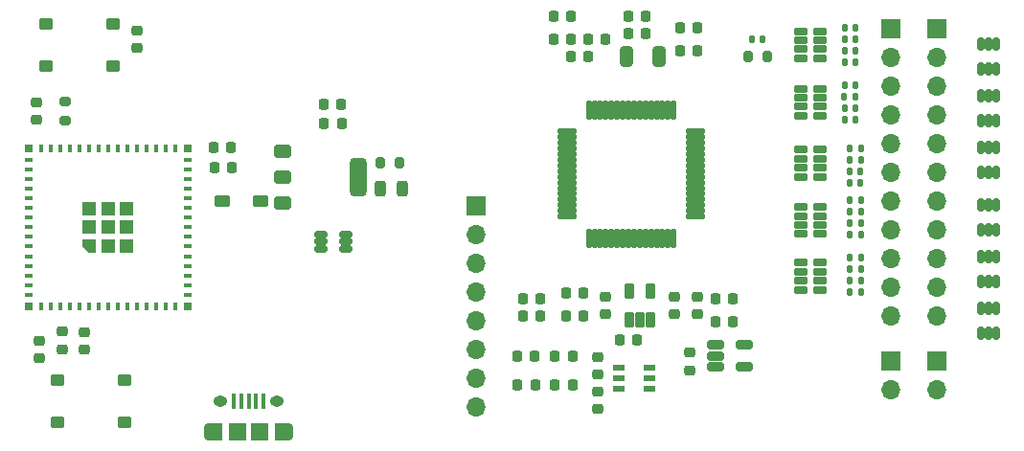
<source format=gbr>
%TF.GenerationSoftware,KiCad,Pcbnew,7.0.2-0*%
%TF.CreationDate,2023-12-31T21:22:01-05:00*%
%TF.ProjectId,Monolith,4d6f6e6f-6c69-4746-982e-6b696361645f,rev?*%
%TF.SameCoordinates,Original*%
%TF.FileFunction,Soldermask,Top*%
%TF.FilePolarity,Negative*%
%FSLAX46Y46*%
G04 Gerber Fmt 4.6, Leading zero omitted, Abs format (unit mm)*
G04 Created by KiCad (PCBNEW 7.0.2-0) date 2023-12-31 21:22:01*
%MOMM*%
%LPD*%
G01*
G04 APERTURE LIST*
G04 Aperture macros list*
%AMRoundRect*
0 Rectangle with rounded corners*
0 $1 Rounding radius*
0 $2 $3 $4 $5 $6 $7 $8 $9 X,Y pos of 4 corners*
0 Add a 4 corners polygon primitive as box body*
4,1,4,$2,$3,$4,$5,$6,$7,$8,$9,$2,$3,0*
0 Add four circle primitives for the rounded corners*
1,1,$1+$1,$2,$3*
1,1,$1+$1,$4,$5*
1,1,$1+$1,$6,$7*
1,1,$1+$1,$8,$9*
0 Add four rect primitives between the rounded corners*
20,1,$1+$1,$2,$3,$4,$5,0*
20,1,$1+$1,$4,$5,$6,$7,0*
20,1,$1+$1,$6,$7,$8,$9,0*
20,1,$1+$1,$8,$9,$2,$3,0*%
%AMFreePoly0*
4,1,6,0.600000,-0.600000,-0.600000,-0.600000,-0.600000,0.000000,0.000000,0.600000,0.600000,0.600000,0.600000,-0.600000,0.600000,-0.600000,$1*%
G04 Aperture macros list end*
%ADD10R,1.700000X1.700000*%
%ADD11O,1.700000X1.700000*%
%ADD12RoundRect,0.225000X0.250000X-0.225000X0.250000X0.225000X-0.250000X0.225000X-0.250000X-0.225000X0*%
%ADD13RoundRect,0.140000X0.140000X0.170000X-0.140000X0.170000X-0.140000X-0.170000X0.140000X-0.170000X0*%
%ADD14RoundRect,0.225000X-0.225000X-0.250000X0.225000X-0.250000X0.225000X0.250000X-0.225000X0.250000X0*%
%ADD15R,0.400000X1.350000*%
%ADD16O,0.890000X1.550000*%
%ADD17R,1.200000X1.550000*%
%ADD18O,1.250000X0.950000*%
%ADD19R,1.500000X1.550000*%
%ADD20RoundRect,0.243750X-0.243750X-0.456250X0.243750X-0.456250X0.243750X0.456250X-0.243750X0.456250X0*%
%ADD21RoundRect,0.102000X0.500000X0.375000X-0.500000X0.375000X-0.500000X-0.375000X0.500000X-0.375000X0*%
%ADD22RoundRect,0.167100X-0.589900X-0.399900X0.589900X-0.399900X0.589900X0.399900X-0.589900X0.399900X0*%
%ADD23RoundRect,0.416400X-0.340600X-1.305600X0.340600X-1.305600X0.340600X1.305600X-0.340600X1.305600X0*%
%ADD24RoundRect,0.102000X-0.200000X0.450000X-0.200000X-0.450000X0.200000X-0.450000X0.200000X0.450000X0*%
%ADD25RoundRect,0.102000X-0.475000X-0.200000X0.475000X-0.200000X0.475000X0.200000X-0.475000X0.200000X0*%
%ADD26RoundRect,0.225000X-0.250000X0.225000X-0.250000X-0.225000X0.250000X-0.225000X0.250000X0.225000X0*%
%ADD27RoundRect,0.200000X0.200000X0.275000X-0.200000X0.275000X-0.200000X-0.275000X0.200000X-0.275000X0*%
%ADD28R,1.000000X0.599999*%
%ADD29RoundRect,0.200000X-0.200000X-0.275000X0.200000X-0.275000X0.200000X0.275000X-0.200000X0.275000X0*%
%ADD30RoundRect,0.225000X0.225000X0.250000X-0.225000X0.250000X-0.225000X-0.250000X0.225000X-0.250000X0*%
%ADD31RoundRect,0.190500X0.206500X-0.516500X0.206500X0.516500X-0.206500X0.516500X-0.206500X-0.516500X0*%
%ADD32RoundRect,0.102000X-0.450000X-0.200000X0.450000X-0.200000X0.450000X0.200000X-0.450000X0.200000X0*%
%ADD33R,0.400000X0.800000*%
%ADD34R,0.800000X0.400000*%
%ADD35FreePoly0,90.000000*%
%ADD36R,1.200000X1.200000*%
%ADD37R,0.800000X0.800000*%
%ADD38RoundRect,0.143300X-0.583700X-0.253700X0.583700X-0.253700X0.583700X0.253700X-0.583700X0.253700X0*%
%ADD39RoundRect,0.200000X-0.275000X0.200000X-0.275000X-0.200000X0.275000X-0.200000X0.275000X0.200000X0*%
%ADD40RoundRect,0.250000X-0.325000X-0.650000X0.325000X-0.650000X0.325000X0.650000X-0.325000X0.650000X0*%
%ADD41RoundRect,0.113200X0.768800X0.128800X-0.768800X0.128800X-0.768800X-0.128800X0.768800X-0.128800X0*%
%ADD42RoundRect,0.113200X-0.128800X0.768800X-0.128800X-0.768800X0.128800X-0.768800X0.128800X0.768800X0*%
%ADD43RoundRect,0.102000X-0.605000X-0.365000X0.605000X-0.365000X0.605000X0.365000X-0.605000X0.365000X0*%
%ADD44RoundRect,0.140000X-0.140000X-0.170000X0.140000X-0.170000X0.140000X0.170000X-0.140000X0.170000X0*%
G04 APERTURE END LIST*
D10*
%TO.C,J7*%
X218948000Y-142748000D03*
D11*
X218948000Y-145288000D03*
X218948000Y-147828000D03*
X218948000Y-150368000D03*
X218948000Y-152908000D03*
X218948000Y-155448000D03*
X218948000Y-157988000D03*
X218948000Y-160528000D03*
%TD*%
D12*
%TO.C,C46*%
X229708000Y-157681998D03*
X229708000Y-156131998D03*
%TD*%
D13*
%TO.C,R18*%
X252923651Y-140735150D03*
X251963651Y-140735150D03*
%TD*%
D14*
%TO.C,C44*%
X222624000Y-158602000D03*
X224174000Y-158602000D03*
%TD*%
%TO.C,C32*%
X232397000Y-126010150D03*
X233947000Y-126010150D03*
%TD*%
D10*
%TO.C,J2*%
X255616000Y-127092000D03*
D11*
X255616000Y-129632000D03*
X255616000Y-132172000D03*
X255616000Y-134712000D03*
X255616000Y-137252000D03*
X255616000Y-139792000D03*
X255616000Y-142332000D03*
X255616000Y-144872000D03*
X255616000Y-147412000D03*
X255616000Y-149952000D03*
X255616000Y-152492000D03*
%TD*%
D13*
%TO.C,R8*%
X252956000Y-143256000D03*
X251996000Y-143256000D03*
%TD*%
%TO.C,R20*%
X252956000Y-150368000D03*
X251996000Y-150368000D03*
%TD*%
D15*
%TO.C,J1*%
X197552000Y-160020000D03*
X198202000Y-160020000D03*
X198852000Y-160020000D03*
X199502000Y-160020000D03*
X200152000Y-160020000D03*
D16*
X195352000Y-162720000D03*
D17*
X195952000Y-162720000D03*
D18*
X196352000Y-160020000D03*
D19*
X197852000Y-162720000D03*
X199852000Y-162720000D03*
D18*
X201352000Y-160020000D03*
D17*
X201752000Y-162720000D03*
D16*
X202352000Y-162720000D03*
%TD*%
D20*
%TO.C,D11*%
X210523973Y-141224000D03*
X212398973Y-141224000D03*
%TD*%
D10*
%TO.C,J3*%
X259680000Y-127092000D03*
D11*
X259680000Y-129632000D03*
X259680000Y-132172000D03*
X259680000Y-134712000D03*
X259680000Y-137252000D03*
X259680000Y-139792000D03*
X259680000Y-142332000D03*
X259680000Y-144872000D03*
X259680000Y-147412000D03*
X259680000Y-149952000D03*
X259680000Y-152492000D03*
%TD*%
D13*
%TO.C,R19*%
X252956000Y-145288000D03*
X251996000Y-145288000D03*
%TD*%
D21*
%TO.C,S2*%
X187912000Y-161895000D03*
X181912000Y-161895000D03*
X187912000Y-158145000D03*
X181912000Y-158145000D03*
%TD*%
D22*
%TO.C,U2*%
X201887000Y-137918000D03*
X201887000Y-140208000D03*
X201887000Y-142498000D03*
D23*
X208577000Y-140208000D03*
%TD*%
D12*
%TO.C,C4*%
X180340000Y-156223000D03*
X180340000Y-154673000D03*
%TD*%
D13*
%TO.C,R11*%
X252448000Y-133096000D03*
X251488000Y-133096000D03*
%TD*%
%TO.C,R4*%
X252476000Y-127000000D03*
X251516000Y-127000000D03*
%TD*%
D14*
%TO.C,C42*%
X226901000Y-152476000D03*
X228451000Y-152476000D03*
%TD*%
D21*
%TO.C,S1*%
X186896000Y-130399000D03*
X180896000Y-130399000D03*
X186896000Y-126649000D03*
X180896000Y-126649000D03*
%TD*%
D14*
%TO.C,C38*%
X236969000Y-127000000D03*
X238519000Y-127000000D03*
%TD*%
%TO.C,C26*%
X195821352Y-139371945D03*
X197371352Y-139371945D03*
%TD*%
D24*
%TO.C,D2*%
X264902000Y-137584000D03*
X264252000Y-137584000D03*
X263602000Y-137584000D03*
X263602000Y-139784000D03*
X264252000Y-139784000D03*
X264902000Y-139784000D03*
%TD*%
D25*
%TO.C,U7*%
X247654000Y-132404000D03*
X247654000Y-133204000D03*
X247654000Y-134004000D03*
X247654000Y-134804000D03*
X249354000Y-134804000D03*
X249354000Y-134004000D03*
X249354000Y-133204000D03*
X249354000Y-132404000D03*
%TD*%
D13*
%TO.C,R21*%
X252476000Y-130048000D03*
X251516000Y-130048000D03*
%TD*%
D12*
%TO.C,C1*%
X184296101Y-155484452D03*
X184296101Y-153934452D03*
%TD*%
D13*
%TO.C,R15*%
X252476000Y-129032000D03*
X251516000Y-129032000D03*
%TD*%
D26*
%TO.C,C53*%
X238498500Y-150793000D03*
X238498500Y-152343000D03*
%TD*%
D14*
%TO.C,C33*%
X232397000Y-127534150D03*
X233947000Y-127534150D03*
%TD*%
D27*
%TO.C,R28*%
X244665000Y-129540000D03*
X243015000Y-129540000D03*
%TD*%
D28*
%TO.C,U4*%
X231530000Y-157038999D03*
X231530000Y-157989000D03*
X231530000Y-158938998D03*
X234280000Y-158938998D03*
X234280000Y-157989000D03*
X234280000Y-157038999D03*
%TD*%
D12*
%TO.C,C3*%
X180079637Y-135143739D03*
X180079637Y-133593739D03*
%TD*%
D13*
%TO.C,R7*%
X252956000Y-138684000D03*
X251996000Y-138684000D03*
%TD*%
D14*
%TO.C,C24*%
X205495824Y-133802845D03*
X207045824Y-133802845D03*
%TD*%
D13*
%TO.C,R16*%
X252476000Y-134112000D03*
X251516000Y-134112000D03*
%TD*%
D26*
%TO.C,C52*%
X236466500Y-150793000D03*
X236466500Y-152343000D03*
%TD*%
D29*
%TO.C,R27*%
X210503000Y-138976539D03*
X212153000Y-138976539D03*
%TD*%
D30*
%TO.C,C37*%
X228867000Y-129566150D03*
X227317000Y-129566150D03*
%TD*%
D25*
%TO.C,U8*%
X247654000Y-137808000D03*
X247654000Y-138608000D03*
X247654000Y-139408000D03*
X247654000Y-140208000D03*
X249354000Y-140208000D03*
X249354000Y-139408000D03*
X249354000Y-138608000D03*
X249354000Y-137808000D03*
%TD*%
D13*
%TO.C,R5*%
X252476000Y-132080000D03*
X251516000Y-132080000D03*
%TD*%
D24*
%TO.C,D1*%
X264902000Y-133012000D03*
X264252000Y-133012000D03*
X263602000Y-133012000D03*
X263602000Y-135212000D03*
X264252000Y-135212000D03*
X264902000Y-135212000D03*
%TD*%
D10*
%TO.C,J5*%
X255616000Y-156464000D03*
D11*
X255616000Y-159004000D03*
%TD*%
D30*
%TO.C,C34*%
X227343000Y-126010150D03*
X225793000Y-126010150D03*
%TD*%
D14*
%TO.C,C35*%
X225793000Y-128042150D03*
X227343000Y-128042150D03*
%TD*%
D30*
%TO.C,C54*%
X241659000Y-152984000D03*
X240109000Y-152984000D03*
%TD*%
D14*
%TO.C,C41*%
X225911000Y-158572000D03*
X227461000Y-158572000D03*
%TD*%
%TO.C,C47*%
X223104000Y-150952000D03*
X224654000Y-150952000D03*
%TD*%
D13*
%TO.C,R9*%
X252956000Y-148336000D03*
X251996000Y-148336000D03*
%TD*%
%TO.C,R1*%
X252956000Y-137668000D03*
X251996000Y-137668000D03*
%TD*%
D14*
%TO.C,C40*%
X226901000Y-150444000D03*
X228451000Y-150444000D03*
%TD*%
D12*
%TO.C,C2*%
X182372000Y-155448000D03*
X182372000Y-153898000D03*
%TD*%
%TO.C,C49*%
X237836000Y-157315000D03*
X237836000Y-155765000D03*
%TD*%
D13*
%TO.C,R3*%
X252956000Y-147320000D03*
X251996000Y-147320000D03*
%TD*%
D26*
%TO.C,C51*%
X230370500Y-150793000D03*
X230370500Y-152343000D03*
%TD*%
D25*
%TO.C,U11*%
X247654000Y-127324000D03*
X247654000Y-128124000D03*
X247654000Y-128924000D03*
X247654000Y-129724000D03*
X249354000Y-129724000D03*
X249354000Y-128924000D03*
X249354000Y-128124000D03*
X249354000Y-127324000D03*
%TD*%
D31*
%TO.C,U6*%
X232468500Y-152823000D03*
X233418500Y-152823000D03*
X234368500Y-152823000D03*
X234368500Y-150313000D03*
X232468500Y-150313000D03*
%TD*%
D30*
%TO.C,C55*%
X241659000Y-150952000D03*
X240109000Y-150952000D03*
%TD*%
D24*
%TO.C,D6*%
X264902000Y-128440000D03*
X264252000Y-128440000D03*
X263602000Y-128440000D03*
X263602000Y-130640000D03*
X264252000Y-130640000D03*
X264902000Y-130640000D03*
%TD*%
D13*
%TO.C,R14*%
X252956000Y-149352000D03*
X251996000Y-149352000D03*
%TD*%
D24*
%TO.C,D5*%
X264902000Y-151808000D03*
X264252000Y-151808000D03*
X263602000Y-151808000D03*
X263602000Y-154008000D03*
X264252000Y-154008000D03*
X264902000Y-154008000D03*
%TD*%
D25*
%TO.C,U9*%
X247654000Y-142862986D03*
X247654000Y-143662986D03*
X247654000Y-144462986D03*
X247654000Y-145262986D03*
X249354000Y-145262986D03*
X249354000Y-144462986D03*
X249354000Y-143662986D03*
X249354000Y-142862986D03*
%TD*%
%TO.C,U10*%
X247654000Y-147800985D03*
X247654000Y-148600985D03*
X247654000Y-149400985D03*
X247654000Y-150200985D03*
X249354000Y-150200985D03*
X249354000Y-149400985D03*
X249354000Y-148600985D03*
X249354000Y-147800985D03*
%TD*%
D14*
%TO.C,C36*%
X228841000Y-128042150D03*
X230391000Y-128042150D03*
%TD*%
D24*
%TO.C,D3*%
X264902000Y-142664000D03*
X264252000Y-142664000D03*
X263602000Y-142664000D03*
X263602000Y-144864000D03*
X264252000Y-144864000D03*
X264902000Y-144864000D03*
%TD*%
D13*
%TO.C,R2*%
X252956000Y-142240000D03*
X251996000Y-142240000D03*
%TD*%
D14*
%TO.C,C20*%
X236969000Y-129032000D03*
X238519000Y-129032000D03*
%TD*%
%TO.C,C25*%
X195766473Y-137601750D03*
X197316473Y-137601750D03*
%TD*%
D32*
%TO.C,D12*%
X205232000Y-145288000D03*
X205232000Y-145938000D03*
X205232000Y-146588000D03*
X207432000Y-146588000D03*
X207432000Y-145938000D03*
X207432000Y-145288000D03*
%TD*%
D33*
%TO.C,U12*%
X180476000Y-151668000D03*
X181326000Y-151668000D03*
X182176000Y-151668000D03*
X183026000Y-151668000D03*
X183876000Y-151668000D03*
X184726000Y-151668000D03*
X185576000Y-151668000D03*
X186426000Y-151668000D03*
X187276000Y-151668000D03*
X188126000Y-151668000D03*
X188976000Y-151668000D03*
X189826000Y-151668000D03*
X190676000Y-151668000D03*
X191526000Y-151668000D03*
X192376000Y-151668000D03*
D34*
X193426000Y-150618000D03*
X193426000Y-149768000D03*
X193426000Y-148918000D03*
X193426000Y-148068000D03*
X193426000Y-147218000D03*
X193426000Y-146368000D03*
X193426000Y-145518000D03*
X193426000Y-144668000D03*
X193426000Y-143818000D03*
X193426000Y-142968000D03*
X193426000Y-142118000D03*
X193426000Y-141268000D03*
X193426000Y-140418000D03*
X193426000Y-139568000D03*
X193426000Y-138718000D03*
D33*
X192376000Y-137668000D03*
X191526000Y-137668000D03*
X190676000Y-137668000D03*
X189826000Y-137668000D03*
X188976000Y-137668000D03*
X188126000Y-137668000D03*
X187276000Y-137668000D03*
X186426000Y-137668000D03*
X185576000Y-137668000D03*
X184726000Y-137668000D03*
X183876000Y-137668000D03*
X183026000Y-137668000D03*
X182176000Y-137668000D03*
X181326000Y-137668000D03*
X180476000Y-137668000D03*
D34*
X179426000Y-138718000D03*
X179426000Y-139568000D03*
X179426000Y-140418000D03*
X179426000Y-141268000D03*
X179426000Y-142118000D03*
X179426000Y-142968000D03*
X179426000Y-143818000D03*
X179426000Y-144668000D03*
X179426000Y-145518000D03*
X179426000Y-146368000D03*
X179426000Y-147218000D03*
X179426000Y-148068000D03*
X179426000Y-148918000D03*
X179426000Y-149768000D03*
X179426000Y-150618000D03*
D35*
X184776000Y-146318000D03*
D36*
X186426000Y-146318000D03*
X188076000Y-146318000D03*
X184776000Y-144668000D03*
X186426000Y-144668000D03*
X188076000Y-144668000D03*
X184776000Y-143018000D03*
X186426000Y-143018000D03*
X188076000Y-143018000D03*
D37*
X179426000Y-151668000D03*
X193426000Y-151668000D03*
X193426000Y-137668000D03*
X179426000Y-137668000D03*
%TD*%
D10*
%TO.C,J4*%
X259680000Y-156464000D03*
D11*
X259680000Y-159004000D03*
%TD*%
D38*
%TO.C,U5*%
X240137000Y-155082000D03*
X240137000Y-156032000D03*
X240137000Y-156982000D03*
X242647000Y-156982000D03*
X242647000Y-155082000D03*
%TD*%
D39*
%TO.C,R6*%
X182589637Y-133543739D03*
X182589637Y-135193739D03*
%TD*%
D12*
%TO.C,C5*%
X188976000Y-128791000D03*
X188976000Y-127241000D03*
%TD*%
D30*
%TO.C,C50*%
X233177500Y-154616000D03*
X231627500Y-154616000D03*
%TD*%
D13*
%TO.C,R13*%
X252956000Y-144272000D03*
X251996000Y-144272000D03*
%TD*%
D14*
%TO.C,C43*%
X223104000Y-152476000D03*
X224654000Y-152476000D03*
%TD*%
D13*
%TO.C,R10*%
X252476000Y-128016000D03*
X251516000Y-128016000D03*
%TD*%
D24*
%TO.C,D4*%
X264902000Y-147236000D03*
X264252000Y-147236000D03*
X263602000Y-147236000D03*
X263602000Y-149436000D03*
X264252000Y-149436000D03*
X264902000Y-149436000D03*
%TD*%
D40*
%TO.C,C19*%
X232205000Y-129540000D03*
X235155000Y-129540000D03*
%TD*%
D41*
%TO.C,U1*%
X238344000Y-143708000D03*
X238344000Y-143208000D03*
X238344000Y-142708000D03*
X238344000Y-142208000D03*
X238344000Y-141708000D03*
X238344000Y-141208000D03*
X238344000Y-140708000D03*
X238344000Y-140208000D03*
X238344000Y-139708000D03*
X238344000Y-139208000D03*
X238344000Y-138708000D03*
X238344000Y-138208000D03*
X238344000Y-137708000D03*
X238344000Y-137208000D03*
X238344000Y-136708000D03*
X238344000Y-136208000D03*
D42*
X236414000Y-134278000D03*
X235914000Y-134278000D03*
X235414000Y-134278000D03*
X234914000Y-134278000D03*
X234414000Y-134278000D03*
X233914000Y-134278000D03*
X233414000Y-134278000D03*
X232914000Y-134278000D03*
X232414000Y-134278000D03*
X231914000Y-134278000D03*
X231414000Y-134278000D03*
X230914000Y-134278000D03*
X230414000Y-134278000D03*
X229914000Y-134278000D03*
X229414000Y-134278000D03*
X228914000Y-134278000D03*
D41*
X226984000Y-136208000D03*
X226984000Y-136708000D03*
X226984000Y-137208000D03*
X226984000Y-137708000D03*
X226984000Y-138208000D03*
X226984000Y-138708000D03*
X226984000Y-139208000D03*
X226984000Y-139708000D03*
X226984000Y-140208000D03*
X226984000Y-140708000D03*
X226984000Y-141208000D03*
X226984000Y-141708000D03*
X226984000Y-142208000D03*
X226984000Y-142708000D03*
X226984000Y-143208000D03*
X226984000Y-143708000D03*
D42*
X228914000Y-145638000D03*
X229414000Y-145638000D03*
X229914000Y-145638000D03*
X230414000Y-145638000D03*
X230914000Y-145638000D03*
X231414000Y-145638000D03*
X231914000Y-145638000D03*
X232414000Y-145638000D03*
X232914000Y-145638000D03*
X233414000Y-145638000D03*
X233914000Y-145638000D03*
X234414000Y-145638000D03*
X234914000Y-145638000D03*
X235414000Y-145638000D03*
X235914000Y-145638000D03*
X236414000Y-145638000D03*
%TD*%
D13*
%TO.C,R12*%
X252923651Y-139719150D03*
X251963651Y-139719150D03*
%TD*%
D43*
%TO.C,D10*%
X199893741Y-142326374D03*
X196533741Y-142326374D03*
%TD*%
D44*
%TO.C,C56*%
X243332000Y-128016000D03*
X244292000Y-128016000D03*
%TD*%
D14*
%TO.C,C39*%
X225911000Y-156092000D03*
X227461000Y-156092000D03*
%TD*%
D13*
%TO.C,R29*%
X252476000Y-135128000D03*
X251516000Y-135128000D03*
%TD*%
D14*
%TO.C,C48*%
X222596000Y-156032000D03*
X224146000Y-156032000D03*
%TD*%
D12*
%TO.C,C45*%
X229708000Y-160729998D03*
X229708000Y-159179998D03*
%TD*%
D14*
%TO.C,C27*%
X205509296Y-135476335D03*
X207059296Y-135476335D03*
%TD*%
M02*

</source>
